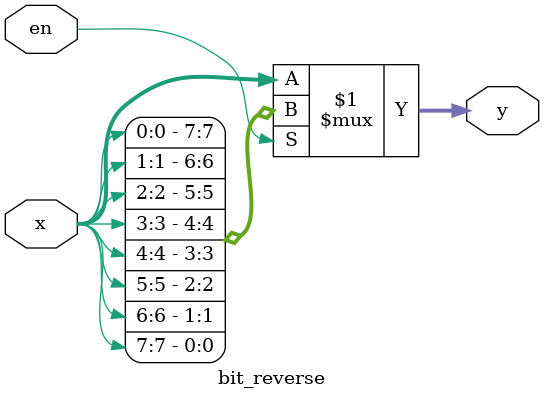
<source format=v>
`timescale 1ns / 1ps


module bit_reverse(
    input [7:0] x,
    input en,
    output [7:0] y
    );
    
    assign y = en ? {x[0], x[1], x[2], x[3], x[4], x[5], x[6], x[7]} : x;
endmodule

</source>
